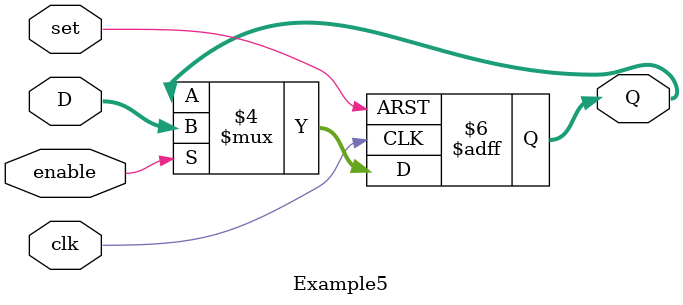
<source format=v>
`timescale 1ns / 1ps


module Example5(Q, D, clk, set, enable);
output [3:0]Q;
input [3:0]D; 
input clk, set, enable;       
reg [3:0]Q;
always@(posedge clk or posedge set)   // Change on negative edge always 

begin
if(set==1'b1)
Q <= 4'b1111;
else if(enable==1'b1)
Q <= D;   
   
end
endmodule

</source>
